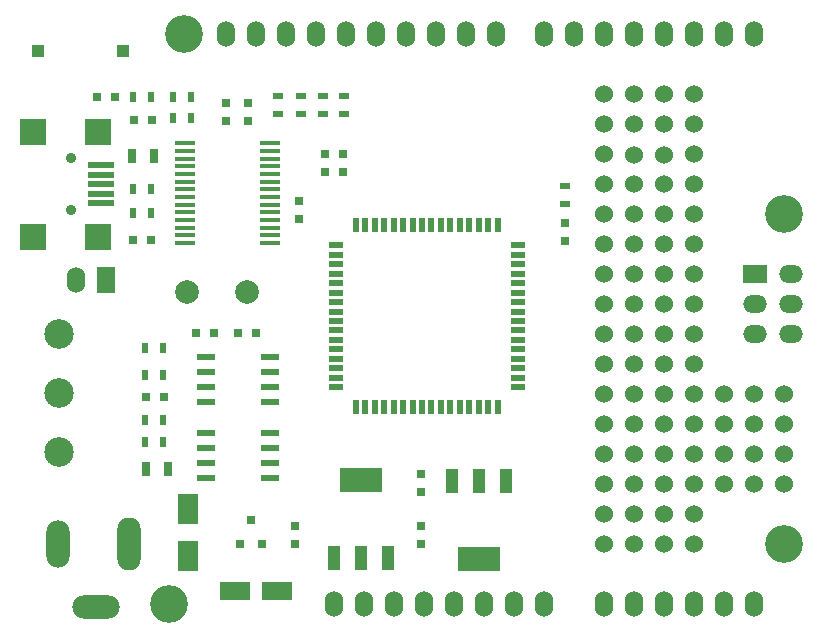
<source format=gbr>
G04 #@! TF.FileFunction,Soldermask,Top*
%FSLAX46Y46*%
G04 Gerber Fmt 4.6, Leading zero omitted, Abs format (unit mm)*
G04 Created by KiCad (PCBNEW (2015-02-03 BZR 5404)-product) date 01/09/2015 18:35:12*
%MOMM*%
G01*
G04 APERTURE LIST*
%ADD10C,0.254000*%
%ADD11R,0.508000X1.300480*%
%ADD12R,1.300480X0.508000*%
%ADD13O,1.524000X2.199640*%
%ADD14C,3.197860*%
%ADD15O,1.524000X2.197100*%
%ADD16O,4.000500X1.998980*%
%ADD17O,1.998980X4.000500*%
%ADD18O,1.998980X4.500880*%
%ADD19R,2.600960X1.600200*%
%ADD20R,0.800100X0.800100*%
%ADD21R,1.550000X0.600000*%
%ADD22R,1.998980X1.524000*%
%ADD23O,1.998980X1.524000*%
%ADD24R,0.500000X0.900000*%
%ADD25R,1.000760X1.000760*%
%ADD26C,1.998980*%
%ADD27R,0.700000X1.300000*%
%ADD28C,2.500000*%
%ADD29R,3.657600X2.032000*%
%ADD30R,1.016000X2.032000*%
%ADD31C,1.524000*%
%ADD32R,2.197100X2.197100*%
%ADD33R,2.197100X0.497840*%
%ADD34C,0.899160*%
%ADD35R,1.800860X2.499360*%
%ADD36R,0.900000X0.500000*%
%ADD37R,0.800000X0.750000*%
%ADD38R,0.797560X0.797560*%
%ADD39R,1.651000X0.406400*%
%ADD40R,0.750000X0.800000*%
%ADD41R,1.524000X2.199640*%
G04 APERTURE END LIST*
D10*
D11*
X154856180Y-97061020D03*
X154056080Y-97061020D03*
X153255980Y-97061020D03*
X152455880Y-97061020D03*
X151655780Y-97061020D03*
X157256480Y-97061020D03*
X156456380Y-97061020D03*
X155656280Y-97061020D03*
X148457920Y-97061020D03*
X147657820Y-97061020D03*
X146857720Y-97061020D03*
X146057620Y-97061020D03*
X145257520Y-97061020D03*
D12*
X143543020Y-98775520D03*
X143543020Y-99575620D03*
X143543020Y-100375720D03*
X143543020Y-103576120D03*
X143543020Y-104376220D03*
X143543020Y-105173780D03*
X143543020Y-105973880D03*
X143543020Y-106773980D03*
X143543020Y-107574080D03*
X143543020Y-108374180D03*
X143543020Y-109174280D03*
D11*
X146057620Y-112488980D03*
X146857720Y-112488980D03*
X147657820Y-112488980D03*
X148457920Y-112488980D03*
X149258020Y-112488980D03*
X150058120Y-112488980D03*
X150858220Y-112488980D03*
X151655780Y-112488980D03*
X150858220Y-97061020D03*
X150058120Y-97061020D03*
X149258020Y-97061020D03*
D12*
X143543020Y-101175820D03*
X143543020Y-101975920D03*
X143543020Y-102776020D03*
X143543020Y-109974380D03*
X143543020Y-110774480D03*
D11*
X145257520Y-112488980D03*
X152455880Y-112488980D03*
X153255980Y-112488980D03*
X154056080Y-112488980D03*
X154856180Y-112488980D03*
X155656280Y-112488980D03*
X156456380Y-112488980D03*
X157256480Y-112488980D03*
D12*
X158970980Y-110774480D03*
X158970980Y-109974380D03*
X158970980Y-109174280D03*
X158970980Y-108374180D03*
X158970980Y-107574080D03*
X158970980Y-106773980D03*
X158970980Y-105973880D03*
X158970980Y-105173780D03*
X158970980Y-104376220D03*
X158970980Y-103576120D03*
X158970980Y-102776020D03*
X158970980Y-101975920D03*
X158970980Y-101175820D03*
X158970980Y-100375720D03*
X158970980Y-99575620D03*
X158970980Y-98775520D03*
D13*
X143421100Y-129133600D03*
X145961100Y-129133600D03*
X148501100Y-129133600D03*
X151041100Y-129133600D03*
X153581100Y-129133600D03*
X156121100Y-129133600D03*
X158661100Y-129133600D03*
X161201100Y-129133600D03*
X166281100Y-129133600D03*
X168821100Y-129133600D03*
X171361100Y-129133600D03*
X173901100Y-129133600D03*
X176441100Y-129133600D03*
X178981100Y-129133600D03*
D14*
X129451100Y-129133600D03*
X181521100Y-124053600D03*
D15*
X178981100Y-80873600D03*
X176441100Y-80873600D03*
X173901100Y-80873600D03*
X171361100Y-80873600D03*
X168821100Y-80873600D03*
X166281100Y-80873600D03*
X163741100Y-80873600D03*
X161201100Y-80873600D03*
X157137100Y-80873600D03*
X154597100Y-80873600D03*
X152057100Y-80873600D03*
X149517100Y-80873600D03*
X146977100Y-80873600D03*
X144437100Y-80873600D03*
X141897100Y-80873600D03*
X139359640Y-80873600D03*
D14*
X130721100Y-80873600D03*
D15*
X136817100Y-80873600D03*
X134277100Y-80873600D03*
D14*
X181521100Y-96113600D03*
D16*
X123261120Y-129379980D03*
D17*
X120009920Y-124079000D03*
D18*
X126011940Y-124079000D03*
D19*
X138579860Y-128016000D03*
X134978140Y-128016000D03*
D20*
X135448000Y-124063760D03*
X137348000Y-124063760D03*
X136398000Y-122064780D03*
D21*
X132555000Y-114681000D03*
X132555000Y-115951000D03*
X132555000Y-117221000D03*
X132555000Y-118491000D03*
X137955000Y-118491000D03*
X137955000Y-117221000D03*
X137955000Y-115951000D03*
X137955000Y-114681000D03*
D22*
X179075080Y-101219000D03*
D23*
X182112920Y-101219000D03*
X179075080Y-103759000D03*
X182112920Y-103759000D03*
X179075080Y-106299000D03*
X182112920Y-106299000D03*
D24*
X128893000Y-109728000D03*
X127393000Y-109728000D03*
X127877000Y-86233000D03*
X126377000Y-86233000D03*
X128893000Y-115443000D03*
X127393000Y-115443000D03*
X128893000Y-113538000D03*
X127393000Y-113538000D03*
X127393000Y-107442000D03*
X128893000Y-107442000D03*
D25*
X118320820Y-82296000D03*
X125519180Y-82296000D03*
D26*
X130937000Y-102743000D03*
X136017000Y-102743000D03*
D27*
X129347000Y-117729000D03*
X127447000Y-117729000D03*
X128204000Y-91186000D03*
X126304000Y-91186000D03*
D28*
X120142000Y-116252000D03*
X120142000Y-106252000D03*
X120142000Y-111252000D03*
D29*
X155702000Y-125349000D03*
D30*
X155702000Y-118745000D03*
X153416000Y-118745000D03*
X157988000Y-118745000D03*
D29*
X145669000Y-118618000D03*
D30*
X145669000Y-125222000D03*
X147955000Y-125222000D03*
X143383000Y-125222000D03*
D31*
X166243000Y-118999000D03*
X166243000Y-121539000D03*
X168783000Y-121539000D03*
X166243000Y-124079000D03*
X168783000Y-124079000D03*
X171323000Y-121539000D03*
X173863000Y-121539000D03*
X171323000Y-124079000D03*
X173863000Y-124079000D03*
X166243000Y-85979000D03*
X168783000Y-85979000D03*
X166243000Y-88519000D03*
X168783000Y-88519000D03*
X166243000Y-91059000D03*
X168783000Y-91122500D03*
X166243000Y-93599000D03*
X168783000Y-93599000D03*
X171323000Y-85979000D03*
X173863000Y-85979000D03*
X171323000Y-88519000D03*
X173863000Y-88519000D03*
X171323000Y-91122500D03*
X173863000Y-91059000D03*
X171323000Y-93599000D03*
X173863000Y-93599000D03*
X176403000Y-111379000D03*
X176403000Y-113919000D03*
X176403000Y-116459000D03*
X176403000Y-118999000D03*
X178943000Y-111379000D03*
X181483000Y-111379000D03*
X178943000Y-113919000D03*
X181483000Y-113919000D03*
X178943000Y-116459000D03*
X181483000Y-116459000D03*
X178943000Y-118999000D03*
X181483000Y-118999000D03*
X173863000Y-118999000D03*
X171323000Y-118999000D03*
X173863000Y-116459000D03*
X171323000Y-116459000D03*
X173863000Y-113919000D03*
X171323000Y-113919000D03*
X173863000Y-111379000D03*
X171323000Y-111379000D03*
X173863000Y-108839000D03*
X171323000Y-108839000D03*
X173863000Y-106299000D03*
X171323000Y-106299000D03*
X173863000Y-103759000D03*
X171323000Y-103759000D03*
X173863000Y-101219000D03*
X171323000Y-101219000D03*
X173863000Y-98679000D03*
X171323000Y-98679000D03*
X173863000Y-96139000D03*
X171323000Y-96139000D03*
X168783000Y-118999000D03*
X168783000Y-116459000D03*
X166243000Y-116459000D03*
X168783000Y-113919000D03*
X166243000Y-113919000D03*
X168783000Y-111379000D03*
X166243000Y-111379000D03*
X168783000Y-108839000D03*
X166243000Y-108839000D03*
X168783000Y-106299000D03*
X166243000Y-106299000D03*
X168783000Y-103759000D03*
X166243000Y-103759000D03*
X168783000Y-101219000D03*
X166243000Y-101219000D03*
X168783000Y-98679000D03*
X166243000Y-98679000D03*
X168783000Y-96139000D03*
X166243000Y-96139000D03*
D32*
X123380500Y-98028760D03*
D33*
X123659900Y-92001340D03*
X123659900Y-92801440D03*
X123659900Y-93599000D03*
X123659900Y-94396560D03*
X123659900Y-95196660D03*
D34*
X121132600Y-91401900D03*
X121132600Y-95798640D03*
D32*
X123380500Y-89169240D03*
X117881400Y-89169240D03*
X117881400Y-98028760D03*
D35*
X131064000Y-125061980D03*
X131064000Y-121064020D03*
D36*
X162941000Y-95238000D03*
X162941000Y-93738000D03*
D37*
X127877000Y-98298000D03*
X126377000Y-98298000D03*
X129020000Y-111633000D03*
X127520000Y-111633000D03*
X126504000Y-88138000D03*
X128004000Y-88138000D03*
D38*
X136144000Y-86753700D03*
X136144000Y-88252300D03*
X134239000Y-86753700D03*
X134239000Y-88252300D03*
D24*
X127877000Y-93980000D03*
X126377000Y-93980000D03*
X127877000Y-96012000D03*
X126377000Y-96012000D03*
X129806000Y-86233000D03*
X131306000Y-86233000D03*
X129806000Y-88011000D03*
X131306000Y-88011000D03*
D39*
X137965180Y-94686120D03*
X137965180Y-94035880D03*
X137965180Y-93385640D03*
X137965180Y-92735400D03*
X130766820Y-96636840D03*
X137965180Y-96636840D03*
X137965180Y-95986600D03*
X137965180Y-95336360D03*
X130766820Y-92085160D03*
X130766820Y-92735400D03*
X130766820Y-93385640D03*
X130766820Y-94035880D03*
X130766820Y-94686120D03*
X130766820Y-95336360D03*
X137965180Y-92085160D03*
X130766820Y-95986600D03*
X130766820Y-97287080D03*
X130766820Y-97934780D03*
X130766820Y-98585020D03*
X137965180Y-98585020D03*
X137965180Y-97934780D03*
X137965180Y-97287080D03*
X137965180Y-91434920D03*
X137965180Y-90787220D03*
X137965180Y-90136980D03*
X130766820Y-90136980D03*
X130766820Y-90787220D03*
X130766820Y-91434920D03*
D37*
X124829000Y-86233000D03*
X123329000Y-86233000D03*
D40*
X162941000Y-96901000D03*
X162941000Y-98401000D03*
X140081000Y-124067000D03*
X140081000Y-122567000D03*
X150749000Y-118122000D03*
X150749000Y-119622000D03*
X140462000Y-96508000D03*
X140462000Y-95008000D03*
D38*
X144145000Y-91071700D03*
X144145000Y-92570300D03*
X142621000Y-91071700D03*
X142621000Y-92570300D03*
D37*
X133211000Y-106172000D03*
X131711000Y-106172000D03*
X135267000Y-106172000D03*
X136767000Y-106172000D03*
D40*
X150749000Y-124067000D03*
X150749000Y-122567000D03*
D21*
X137955000Y-112014000D03*
X137955000Y-110744000D03*
X137955000Y-109474000D03*
X137955000Y-108204000D03*
X132555000Y-108204000D03*
X132555000Y-109474000D03*
X132555000Y-110744000D03*
X132555000Y-112014000D03*
D36*
X140589000Y-87618000D03*
X140589000Y-86118000D03*
X144272000Y-86118000D03*
X144272000Y-87618000D03*
X142494000Y-86118000D03*
X142494000Y-87618000D03*
X138684000Y-87618000D03*
X138684000Y-86118000D03*
D41*
X124079000Y-101727000D03*
D13*
X121539000Y-101727000D03*
M02*

</source>
